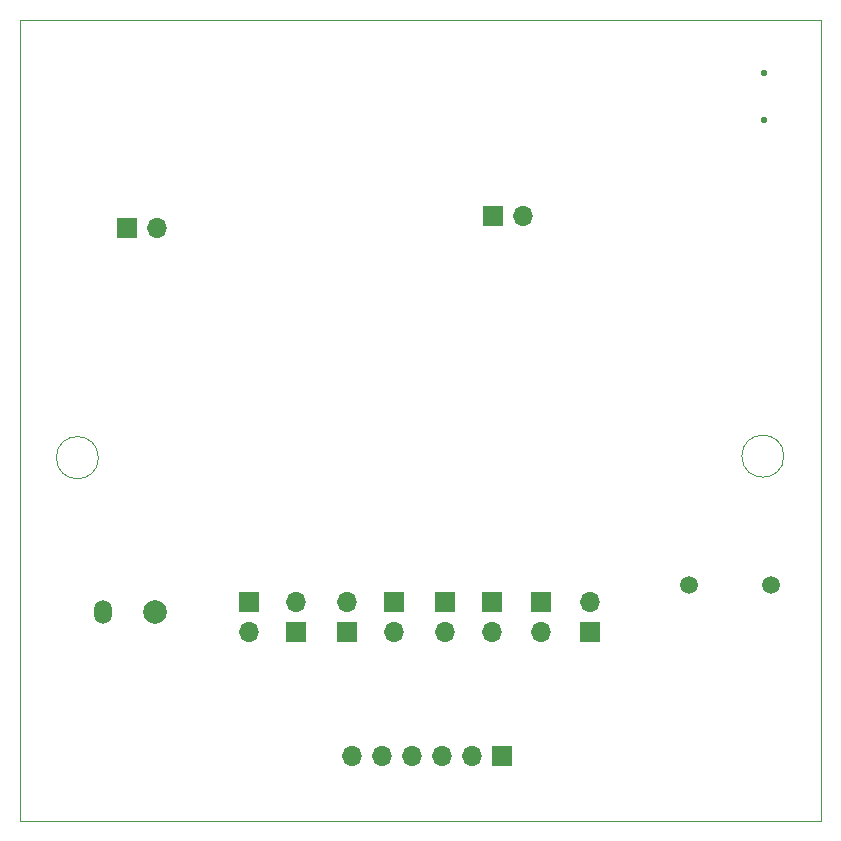
<source format=gbr>
%TF.GenerationSoftware,KiCad,Pcbnew,(5.1.8)-1*%
%TF.CreationDate,2021-07-11T12:48:12+05:30*%
%TF.ProjectId,AC_RMS_ESP32_ATM90E26,41435f52-4d53-45f4-9553-5033325f4154,V2*%
%TF.SameCoordinates,Original*%
%TF.FileFunction,Soldermask,Bot*%
%TF.FilePolarity,Negative*%
%FSLAX46Y46*%
G04 Gerber Fmt 4.6, Leading zero omitted, Abs format (unit mm)*
G04 Created by KiCad (PCBNEW (5.1.8)-1) date 2021-07-11 12:48:12*
%MOMM*%
%LPD*%
G01*
G04 APERTURE LIST*
%TA.AperFunction,Profile*%
%ADD10C,0.050000*%
%TD*%
%ADD11O,1.700000X1.700000*%
%ADD12R,1.700000X1.700000*%
%ADD13C,0.550000*%
%ADD14O,1.500000X2.000000*%
%ADD15C,2.000000*%
%ADD16C,1.500000*%
G04 APERTURE END LIST*
D10*
X137795000Y-66040000D02*
X137795000Y-133858000D01*
X69977000Y-66040000D02*
X69977000Y-133858000D01*
X134620000Y-102997000D02*
G75*
G03*
X134620000Y-102997000I-1778000J0D01*
G01*
X76585530Y-103124000D02*
G75*
G03*
X76585530Y-103124000I-1782530J0D01*
G01*
X137795000Y-66040000D02*
X122301000Y-66040000D01*
X122301000Y-66040000D02*
X85471000Y-66040000D01*
X85471000Y-66040000D02*
X69977000Y-66040000D01*
X122301000Y-133858000D02*
X137795000Y-133858000D01*
X85471000Y-133858000D02*
X122301000Y-133858000D01*
X69977000Y-133858000D02*
X85471000Y-133858000D01*
D11*
%TO.C,J11*%
X114066000Y-117866000D03*
D12*
X114066000Y-115326000D03*
%TD*%
D13*
%TO.C,J4*%
X132935000Y-70535000D03*
X132935000Y-74535000D03*
%TD*%
D12*
%TO.C,J3*%
X109911000Y-115326000D03*
D11*
X109911000Y-117866000D03*
%TD*%
D12*
%TO.C,J2*%
X105898000Y-115326000D03*
D11*
X105898000Y-117866000D03*
%TD*%
D12*
%TO.C,J5*%
X97637600Y-117876000D03*
D11*
X97637600Y-115336000D03*
%TD*%
%TO.C,J6*%
X101651000Y-117866000D03*
D12*
X101651000Y-115326000D03*
%TD*%
%TO.C,J10*%
X78994000Y-83693000D03*
D11*
X81534000Y-83693000D03*
%TD*%
%TO.C,J7*%
X112522000Y-82677000D03*
D12*
X109982000Y-82677000D03*
%TD*%
D14*
%TO.C,J8*%
X76983000Y-116205000D03*
D15*
X81383000Y-116205000D03*
%TD*%
D12*
%TO.C,J9*%
X110744000Y-128397000D03*
D11*
X108204000Y-128397000D03*
X105664000Y-128397000D03*
X103124000Y-128397000D03*
X100584000Y-128397000D03*
X98044000Y-128397000D03*
%TD*%
%TO.C,J12*%
X118222000Y-115336000D03*
D12*
X118222000Y-117876000D03*
%TD*%
%TO.C,J13*%
X89344500Y-115326000D03*
D11*
X89344500Y-117866000D03*
%TD*%
D12*
%TO.C,J14*%
X93332300Y-117876000D03*
D11*
X93332300Y-115336000D03*
%TD*%
D16*
%TO.C,J1*%
X133553000Y-113919000D03*
X126553000Y-113919000D03*
%TD*%
M02*

</source>
